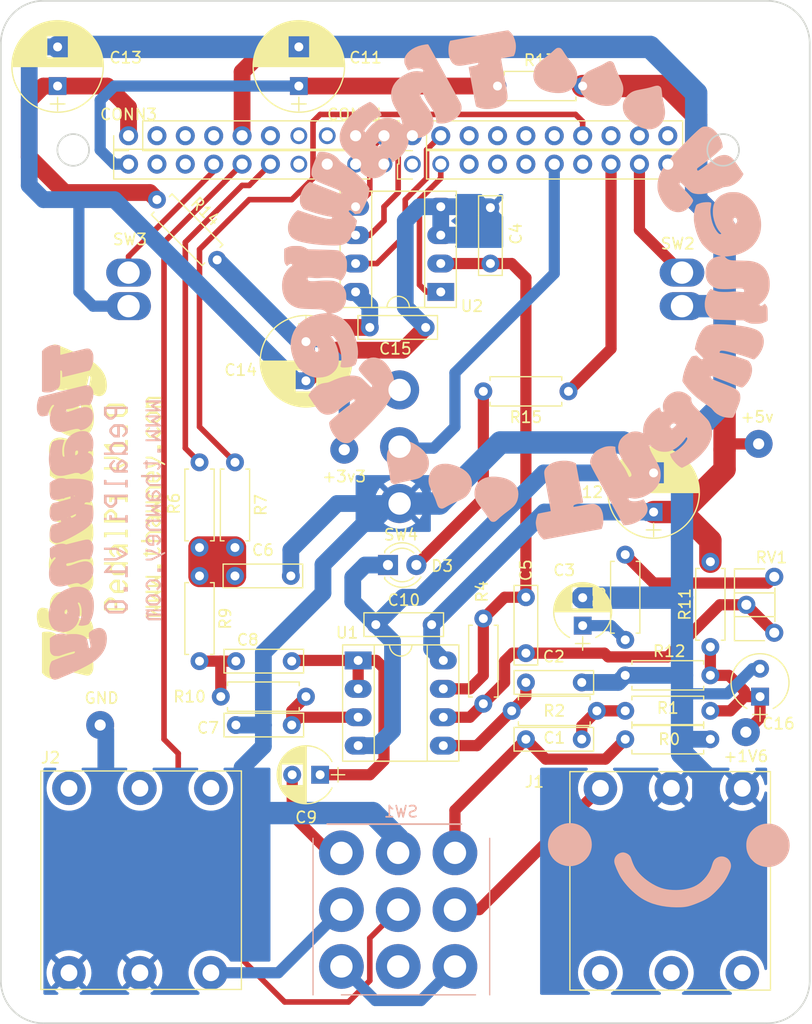
<source format=kicad_pcb>
(kicad_pcb (version 20211014) (generator pcbnew)
  (layers (0 "F.Cu" signal) (31 "B.Cu" signal) (34 "B.Paste" user) (35 "F.Paste" user) (36 "B.SilkS" user "B.Silkscreen") (37 "F.SilkS" user "F.Silkscreen") (38 "B.Mask" user) (39 "F.Mask" user) (44 "Edge.Cuts" user))
  (net 0 "")
  (net 1 "/FX In")
  (net 2 "Net-(C1-Pad2)")
  (net 3 "Net-(C2-Pad1)")
  (net 4 "GND")
  (net 5 "Net-(C3-Pad1)")
  (net 6 "/ADC0")
  (net 7 "Net-(C5-Pad2)")
  (net 8 "Net-(C6-Pad1)")
  (net 9 "Net-(C7-Pad1)")
  (net 10 "Net-(C8-Pad1)")
  (net 11 "Net-(C8-Pad2)")
  (net 12 "+5VA")
  (net 13 "+5V")
  (net 14 "+3V3")
  (net 15 "+3.3VADC")
  (net 16 "+1V5")
  (net 17 "Net-(CONN1-Pad1)")
  (net 18 "Net-(CONN1-Pad2)")
  (net 19 "Net-(CONN1-Pad3)")
  (net 20 "Net-(CONN1-Pad4)")
  (net 21 "/PWM0")
  (net 22 "/GPIO15")
  (net 23 "/GPIO14")
  (net 24 "Net-(CONN1-Pad8)")
  (net 25 "Net-(CONN1-Pad9)")
  (net 26 "Net-(CONN2-Pad1)")
  (net 27 "/SPI_CS")
  (net 28 "Net-(CONN2-Pad3)")
  (net 29 "Net-(CONN2-Pad4)")
  (net 30 "Net-(CONN2-Pad5)")
  (net 31 "/GPIO12")
  (net 32 "Net-(CONN2-Pad7)")
  (net 33 "/GPIO16")
  (net 34 "/GPIO20")
  (net 35 "Net-(CONN2-Pad10)")
  (net 36 "Net-(CONN3-Pad2)")
  (net 37 "Net-(CONN3-Pad3)")
  (net 38 "Net-(CONN3-Pad4)")
  (net 39 "Net-(CONN3-Pad6)")
  (net 40 "Net-(CONN3-Pad7)")
  (net 41 "Net-(CONN3-Pad8)")
  (net 42 "Net-(CONN3-Pad9)")
  (net 43 "/SPI_MOSI")
  (net 44 "/SPI_MISO")
  (net 45 "/SPI_CLK")
  (net 46 "Net-(CONN4-Pad3)")
  (net 47 "Net-(CONN4-Pad4)")
  (net 48 "Net-(CONN4-Pad5)")
  (net 49 "Net-(CONN4-Pad6)")
  (net 50 "/PWM1")
  (net 51 "Net-(CONN4-Pad8)")
  (net 52 "Net-(CONN4-Pad9)")
  (net 53 "Net-(CONN4-Pad10)")
  (net 54 "Net-(D3-Pad2)")
  (net 55 "/Input Jack")
  (net 56 "/Output JAck")
  (net 57 "Net-(R3-Pad2)")
  (net 58 "/FX Out")
  (net 59 "/Bypass")
  (net 60 "Net-(SW1-Pad6)")
  (net 61 "Net-(SW4-Pad1)")
  (footprint "Capacitors_THT:C_Rect_L7.0mm_W2.0mm_P5.00mm" (layer "F.Cu") (at 157.48 119.38)
    (fp_text reference "C1")
    (fp_text value "0.1u")
  )
  (footprint "Capacitors_THT:C_Rect_L7.0mm_W2.0mm_P5.00mm" (layer "F.Cu") (at 157.48 114.3)
    (fp_text reference "C2")
    (fp_text value "6n8")
  )
  (footprint "Capacitors_THT:CP_Radial_D5.0mm_P2.50mm" (layer "F.Cu") (at 162.56 109.22 90)
    (fp_text reference "C3")
    (fp_text value "4.7u")
  )
  (footprint "Capacitors_THT:C_Rect_L7.0mm_W2.0mm_P5.00mm" (layer "F.Cu") (at 154.305 76.835 90)
    (fp_text reference "C4")
    (fp_text value "6n8")
  )
  (footprint "Capacitors_THT:C_Rect_L7.0mm_W2.0mm_P5.00mm" (layer "F.Cu") (at 157.48 106.68 -90)
    (fp_text reference "C5")
    (fp_text value "270p")
  )
  (footprint "Capacitors_THT:C_Rect_L7.0mm_W2.0mm_P5.00mm" (layer "F.Cu") (at 131.445 104.775)
    (fp_text reference "C6")
    (fp_text value "6n8")
  )
  (footprint "Capacitors_THT:C_Rect_L7.0mm_W2.0mm_P5.00mm" (layer "F.Cu") (at 136.525 118.11 180)
    (fp_text reference "C7")
    (fp_text value "6n8")
  )
  (footprint "Capacitors_THT:C_Rect_L7.0mm_W2.0mm_P5.00mm" (layer "F.Cu") (at 136.525 112.395 180)
    (fp_text reference "C8")
    (fp_text value "6n8")
  )
  (footprint "Capacitors_THT:CP_Radial_D5.0mm_P2.50mm" (layer "F.Cu") (at 139.065 122.555 180)
    (fp_text reference "C9")
    (fp_text value "4.7u")
  )
  (footprint "Capacitors_THT:C_Rect_L7.0mm_W2.0mm_P5.00mm" (layer "F.Cu") (at 149.0472 109.1311 180)
    (fp_text reference "C10")
    (fp_text value "100n")
  )
  (footprint "Capacitors_THT:CP_Radial_D8.0mm_P3.50mm" (layer "F.Cu") (at 137.16 60.96 90)
    (fp_text reference "C11")
    (fp_text value "220u")
  )
  (footprint "Capacitors_THT:CP_Radial_D8.0mm_P3.50mm" (layer "F.Cu") (at 168.91 99.06 90)
    (fp_text reference "C12")
    (fp_text value "220u")
  )
  (footprint "Capacitors_THT:CP_Radial_D8.0mm_P3.50mm" (layer "F.Cu") (at 115.57 60.96 90)
    (fp_text reference "C13")
    (fp_text value "220u")
  )
  (footprint "Capacitors_THT:CP_Radial_D8.0mm_P3.50mm" (layer "F.Cu") (at 137.795 83.82 -90)
    (fp_text reference "C14")
    (fp_text value "220u")
  )
  (footprint "Capacitors_THT:C_Rect_L7.0mm_W2.0mm_P5.00mm" (layer "F.Cu") (at 143.51 82.55)
    (fp_text reference "C15")
    (fp_text value "100n")
  )
  (footprint "Capacitors_THT:CP_Radial_Tantal_D5.0mm_P2.50mm" (layer "F.Cu") (at 178.435 115.57 90)
    (fp_text reference "C16")
    (fp_text value "4.7u")
  )
  (footprint "Pin_Headers:Pin_Header_Straight_1x10_Pitch2.54mm" (layer "F.Cu") (at 144.78 67.945 -90)
    (fp_text reference "CONN1")
    (fp_text value "CONN_10pins")
  )
  (footprint "Pin_Headers:Pin_Header_Straight_1x10_Pitch2.54mm" (layer "F.Cu") (at 147.32 67.945 90)
    (fp_text reference "CONN2" hide)
    (fp_text value "CONN_10pins")
  )
  (footprint "Pin_Headers:Pin_Header_Straight_1x10_Pitch2.54mm" (layer "F.Cu") (at 121.92 65.405 90)
    (fp_text reference "CONN3")
    (fp_text value "CONN_10pins")
  )
  (footprint "Pin_Headers:Pin_Header_Straight_1x10_Pitch2.54mm" (layer "F.Cu") (at 147.32 65.405 90)
    (fp_text reference "CONN4" hide)
    (fp_text value "CONN_10pins")
  )
  (footprint "LEDs:LED_D3.0mm" (layer "F.Cu") (at 145.1356 103.7971)
    (fp_text reference "D3")
    (fp_text value "LED")
  )
  (footprint "Wire_Pads:SolderWirePad_single_1mmDrill" (layer "F.Cu") (at 119.38 118.11)
    (fp_text reference "GND")
    (fp_text value "GND TP")
  )
  (footprint "Wire_Pads:SolderWirePad_single_1mmDrill" (layer "F.Cu") (at 177.165 118.745)
    (fp_text reference "+1V6")
    (fp_text value "1V6 TP")
  )
  (footprint "Wire_Pads:SolderWirePad_single_1mmDrill" (layer "F.Cu") (at 178.308 92.964)
    (fp_text reference "+5v")
    (fp_text value "5V TP")
  )
  (footprint "Wire_Pads:SolderWirePad_single_1mmDrill" (layer "F.Cu") (at 141.224 93.4847)
    (fp_text reference "+3v3")
    (fp_text value "3V3 TP")
  )
  (footprint "Housings_DIP:DIP-8_W7.62mm_Socket_LongPads" (layer "F.Cu") (at 142.4686 112.3315)
    (fp_text reference "U1")
    (fp_text value "MCP6002")
  )
  (footprint "Housings_DIP:DIP-8_W7.62mm_Socket_LongPads" (layer "F.Cu") (at 149.86 79.375 180)
    (fp_text reference "U2")
    (fp_text value "MCP3002")
  )
  (footprint "pedal-pi-footprints:StereoJack-NYS216_2" (layer "F.Cu") (at 160.147 132.0165 -90)
    (fp_text reference "J1")
    (fp_text value "Guitar_IN")
  )
  (footprint "pedal-pi-footprints:StereoJack-NYS216_2" (layer "F.Cu") (at 133.2865 132.0165 90)
    (fp_text reference "J2")
    (fp_text value "OUTPUT")
  )
  (footprint "Resistors_THT:R_Axial_DIN0207_L6.3mm_D2.5mm_P7.62mm_Horizontal" (layer "F.Cu") (at 166.37 119.38)
    (fp_text reference "R0")
    (fp_text value "1M")
  )
  (footprint "Resistors_THT:R_Axial_DIN0207_L6.3mm_D2.5mm_P7.62mm_Horizontal" (layer "F.Cu") (at 166.37 116.84)
    (fp_text reference "R1")
    (fp_text value "1M")
  )
  (footprint "Resistors_THT:R_Axial_DIN0207_L6.3mm_D2.5mm_P7.62mm_Horizontal" (layer "F.Cu") (at 163.83 116.84 180)
    (fp_text reference "R2")
    (fp_text value "4K7")
  )
  (footprint "Resistors_THT:R_Axial_DIN0207_L6.3mm_D2.5mm_P7.62mm_Horizontal" (layer "F.Cu") (at 166.37 110.49 90)
    (fp_text reference "R3")
    (fp_text value "4.7K")
  )
  (footprint "Resistors_THT:R_Axial_DIN0207_L6.3mm_D2.5mm_P7.62mm_Horizontal" (layer "F.Cu") (at 153.67 116.205 90)
    (fp_text reference "R4")
    (fp_text value "100K")
  )
  (footprint "Resistors_THT:R_Axial_DIN0207_L6.3mm_D2.5mm_P7.62mm_Horizontal" (layer "F.Cu") (at 128.27 94.615 -90)
    (fp_text reference "R6")
    (fp_text value "4K7")
  )
  (footprint "Resistors_THT:R_Axial_DIN0207_L6.3mm_D2.5mm_P7.62mm_Horizontal" (layer "F.Cu") (at 131.445 94.615 -90)
    (fp_text reference "R7")
    (fp_text value "300K")
  )
  (footprint "Resistors_THT:R_Axial_DIN0207_L6.3mm_D2.5mm_P7.62mm_Horizontal" (layer "F.Cu") (at 128.27 104.775 -90)
    (fp_text reference "R9")
    (fp_text value "4K7")
  )
  (footprint "Resistors_THT:R_Axial_DIN0207_L6.3mm_D2.5mm_P7.62mm_Horizontal" (layer "F.Cu") (at 130.175 115.57)
    (fp_text reference "R10")
    (fp_text value "4K7")
  )
  (footprint "Resistors_THT:R_Axial_DIN0207_L6.3mm_D2.5mm_P7.62mm_Horizontal" (layer "F.Cu") (at 173.99 103.505 -90)
    (fp_text reference "R11")
    (fp_text value "100K")
  )
  (footprint "Resistors_THT:R_Axial_DIN0207_L6.3mm_D2.5mm_P7.62mm_Horizontal" (layer "F.Cu") (at 173.99 113.665 180)
    (fp_text reference "R12")
    (fp_text value "50K")
  )
  (footprint "Resistors_THT:R_Axial_DIN0207_L6.3mm_D2.5mm_P7.62mm_Horizontal" (layer "F.Cu") (at 154.94 60.96)
    (fp_text reference "R13")
    (fp_text value "4K7")
  )
  (footprint "Resistors_THT:R_Axial_DIN0207_L6.3mm_D2.5mm_P7.62mm_Horizontal" (layer "F.Cu") (at 124.46 71.12 -45)
    (fp_text reference "R14")
    (fp_text value "4K7")
  )
  (footprint "Resistors_THT:R_Axial_DIN0207_L6.3mm_D2.5mm_P7.62mm_Horizontal" (layer "F.Cu") (at 161.29 88.265 180)
    (fp_text reference "R15")
    (fp_text value "4.7K")
  )
  (footprint "pedal-pi-footprints:Switch2" (layer "F.Cu") (at 171.45 80.645)
    (fp_text reference "SW2")
    (fp_text value "SW_PUSH")
  )
  (footprint "pedal-pi-footprints:Switch2" (layer "F.Cu") (at 121.92 80.645)
    (fp_text reference "SW3")
    (fp_text value "SW_PUSH")
  )
  (footprint "pedal-pi-footprints:Switch" (layer "F.Cu") (at 146.177 93.218)
    (fp_text reference "SW4")
    (fp_text value "SWITCH_INV")
  )
  (footprint "Potentiometers:Potentiometer_Trimmer_ACP_CA6h_Vertical" (layer "F.Cu") (at 179.705 109.855 180)
    (fp_text reference "RV1")
    (fp_text value "500K")
  )
  (footprint "Graphics:Logo 3CM" (layer "F.Cu") (at 116.84 99.06 90)
    (fp_text reference "G***")
    (fp_text value "LOGO" hide)
  )
  (footprint "Graphics:PedalPiText" (layer "F.Cu") (at 121.92 98.44 90)
    (fp_text reference "G***" hide)
    (fp_text value "LOGO" hide)
  )
  (footprint "pedal-pi-footprints:3PDTswitch" (layer "B.Cu") (at 146.05 134.62)
    (fp_text reference "SW1")
    (fp_text value "SWITCH_3PDT")
  )
  (footprint "Graphics:RLogo 5cm" (layer "B.Cu") (at 157.48 78.74 90)
    (fp_text reference "G***" hide)
    (fp_text value "LOGO" hide)
  )
  (footprint "Graphics:PedalPiText" (layer "B.Cu") (at 121.92 99.06 -90)
    (fp_text reference "G***" hide)
    (fp_text value "LOGO" hide)
  )
  (footprint "Graphics:smiley3" (layer "B.Cu") (at 170.18 132.08 180)
    (fp_text reference "G***" hide)
    (fp_text value "LOGO" hide)
  )
  (footprint "Graphics:Logo 3CM" (layer "B.Cu") (at 116.84 99.06 -90)
    (fp_text reference "G***")
    (fp_text value "LOGO" hide)
  )
  (gr_circle (center 175.133 66.675) (end 176.403 67.31) (layer "Edge.Cuts") (width 0.15) (fill none))
  (gr_arc (start 182.88 140.97) (mid 181.764077 143.664077) (end 179.07 144.78) (layer "Edge.Cuts") (width 0.15))
  (gr_line (start 110.49 57.15) (end 110.49 140.97) (layer "Edge.Cuts") (width 0.15))
  (gr_line (start 182.88 57.15) (end 182.88 140.97) (layer "Edge.Cuts") (width 0.15))
  (gr_arc (start 114.3 144.78) (mid 111.605923 143.664077) (end 110.49 140.97) (layer "Edge.Cuts") (width 0.15))
  (gr_line (start 179.07 53.34) (end 114.3 53.34) (layer "Edge.Cuts") (width 0.15))
  (gr_arc (start 179.07 53.34) (mid 181.764077 54.455923) (end 182.88 57.15) (layer "Edge.Cuts") (width 0.15))
  (gr_line (start 179.07 144.78) (end 114.3 144.78) (layer "Edge.Cuts") (width 0.15))
  (gr_circle (center 116.967 66.675) (end 118.237 67.31) (layer "Edge.Cuts") (width 0.15) (fill none))
  (gr_arc (start 110.49 57.15) (mid 111.605923 54.455923) (end 114.3 53.34) (layer "Edge.Cuts") (width 0.15))
  (segment (start 164.592 121.158) (end 159.258 121.158) (width 1) (layer "F.Cu") (net 1))
  (segment (start 159.258 121.158) (end 157.48 119.38) (width 1) (layer "F.Cu") (net 1))
  (segment (start 151.13 125.73) (end 151.13 129.54) (width 1) (layer "F.Cu") (net 1))
  (segment (start 157.48 119.38) (end 151.13 125.73) (width 1) (layer "F.Cu") (net 1))
  (segment (start 166.37 119.38) (end 164.592 121.158) (width 1) (layer "F.Cu") (net 1))
  (segment (start 162.48 118.19) (end 162.48 119.38) (width 1) (layer "F.Cu") (net 2))
  (segment (start 163.83 116.84) (end 162.48 118.19) (width 1) (layer "F.Cu") (net 2))
  (segment (start 166.37 116.84) (end 163.83 116.84) (width 1) (layer "F.Cu") (net 2))
  (segment (start 153.0985 119.9515) (end 156.21 116.84) (width 1) (layer "F.Cu") (net 3))
  (segment (start 157.48 115.57) (end 157.48 114.3) (width 1) (layer "F.Cu") (net 3))
  (segment (start 150.0886 119.9515) (end 153.0985 119.9515) (width 1) (layer "F.Cu") (net 3))
  (segment (start 156.21 116.84) (end 157.48 115.57) (width 1) (layer "F.Cu") (net 3))
  (segment (start 132.08 59.69) (end 134.31 57.46) (width 1.5) (layer "F.Cu") (net 4))
  (segment (start 134.31 57.46) (end 137.16 57.46) (width 1.5) (layer "F.Cu") (net 4))
  (segment (start 146.478 84.582) (end 140.533 84.582) (width 1.5) (layer "F.Cu") (net 4))
  (segment (start 140.533 84.582) (end 137.795 87.32) (width 1.5) (layer "F.Cu") (net 4))
  (segment (start 132.08 65.405) (end 132.08 59.69) (width 1.5) (layer "F.Cu") (net 4))
  (segment (start 148.51 82.55) (end 146.478 84.582) (width 1.5) (layer "F.Cu") (net 4))
  (segment (start 113.99 57.46) (end 113.03 58.42) (width 1.5) (layer "B.Cu") (net 4))
  (segment (start 113.03 58.42) (end 113.03 69.85) (width 1.5) (layer "B.Cu") (net 4))
  (segment (start 113.03 69.85) (end 114.3 71.12) (width 1.5) (layer "B.Cu") (net 4))
  (segment (start 114.3 71.12) (end 117.475 71.12) (width 1.5) (layer "B.Cu") (net 4))
  (segment (start 120.65 71.12) (end 136.85 87.32) (width 1.5) (layer "B.Cu") (net 4))
  (segment (start 136.85 87.32) (end 137.795 87.32) (width 1.5) (layer "B.Cu") (net 4))
  (segment (start 118.745 80.645) (end 117.475 79.375) (width 1) (layer "B.Cu") (net 4))
  (segment (start 117.475 79.375) (end 117.475 71.12) (width 1) (layer "B.Cu") (net 4))
  (segment (start 117.475 71.12) (end 120.65 71.12) (width 1.5) (layer "B.Cu") (net 4))
  (segment (start 168.585 57.46) (end 172.72 61.595) (width 2) (layer "B.Cu") (net 4))
  (segment (start 172.72 61.595) (end 172.72 71.12) (width 2) (layer "B.Cu") (net 4))
  (segment (start 172.72 71.12) (end 175.26 73.66) (width 2) (layer "B.Cu") (net 4))
  (segment (start 175.26 73.66) (end 175.26 80.645) (width 2) (layer "B.Cu") (net 4))
  (segment (start 175.26 89.21) (end 168.91 95.56) (width 2) (layer "B.Cu") (net 4))
  (segment (start 175.26 80.645) (end 175.26 89.21) (width 2) (layer "B.Cu") (net 4))
  (segment (start 170.49 95.56) (end 171.45 96.52) (width 2) (layer "B.Cu") (net 4))
  (segment (start 171.45 96.52) (end 171.45 101.6) (width 2) (layer "B.Cu") (net 4))
  (segment (start 171.45 120.65) (end 173.355 122.555) (width 2) (layer "B.Cu") (net 4))
  (segment (start 173.355 122.555) (end 173.355 125.095) (width 2) (layer "B.Cu") (net 4))
  (segment (start 171.45 119.38) (end 172.085 119.38) (width 1.5) (layer "B.Cu") (net 4))
  (segment (start 172.085 119.38) (end 171.45 119.38) (width 1.5) (layer "B.Cu") (net 4))
  (segment (start 171.45 119.38) (end 171.45 120.65) (width 2) (layer "B.Cu") (net 4))
  (segment (start 165.735 114.3) (end 166.37 113.665) (width 1.5) (layer "B.Cu") (net 4))
  (segment (start 171.45 113.665) (end 171.45 115.316) (width 2) (layer "B.Cu") (net 4))
  (segment (start 159.075 95.56) (end 147.955 106.68) (width 1.5) (layer "B.Cu") (net 4))
  (segment (start 147.955 106.68) (end 146.4983 106.68) (width 1.5) (layer "B.Cu") (net 4))
  (segment (start 146.4983 106.68) (end 144.0472 109.1311) (width 1.5) (layer "B.Cu") (net 4))
  (segment (start 133.985 120.015) (end 132.08 121.92) (width 1.5) (layer "B.Cu") (net 4))
  (segment (start 132.08 121.92) (end 132.08 125.73) (width 1.5) (layer "B.Cu") (net 4))
  (segment (start 132.08 125.73) (end 130.81 127) (width 1.5) (layer "B.Cu") (net 4))
  (segment (start 147.955 71.755) (end 146.685 73.025) (width 1.5) (layer "B.Cu") (net 4))
  (segment (start 146.685 73.025) (end 146.685 80.725) (width 1.5) (layer "B.Cu") (net 4))
  (segment (start 146.685 80.725) (end 148.51 82.55) (width 1.5) (layer "B.Cu") (net 4))
  (segment (start 154.225 71.755) (end 154.305 71.835) (width 1.5) (layer "B.Cu") (net 4))
  (segment (start 154.305 74.295) (end 154.305 71.835) (width 1.5) (layer "B.Cu") (net 4))
  (segment (start 143.0909 103.7971) (end 141.986 104.902) (width 1.5) (layer "B.Cu") (net 4))
  (segment (start 141.986 104.902) (end 141.986 107.0699) (width 1.5) (layer "B.Cu") (net 4))
  (segment (start 141.986 107.0699) (end 144.0472 109.1311) (width 1.5) (layer "B.Cu") (net 4))
  (segment (start 145.542 110.6259) (end 145.542 118.618) (width 1.5) (layer "B.Cu") (net 4))
  (segment (start 145.542 118.618) (end 144.2085 119.9515) (width 1.5) (layer "B.Cu") (net 4))
  (segment (start 144.2085 119.9515) (end 142.4686 119.9515) (width 1.5) (layer "B.Cu") (net 4))
  (segment (start 171.45 106.72) (end 171.45 106.68) (width 2) (layer "B.Cu") (net 4))
  (segment (start 171.45 106.68) (end 171.45 113.665) (width 2) (layer "B.Cu") (net 4))
  (segment (start 177.76 113.07) (end 175.514 115.316) (width 1) (layer "B.Cu") (net 4))
  (segment (start 175.514 115.316) (end 171.45 115.316) (width 1) (layer "B.Cu") (net 4))
  (segment (start 171.45 115.316) (end 171.704 115.316) (width 1) (layer "B.Cu") (net 4))
  (segment (start 171.704 115.316) (end 171.45 115.316) (width 1) (layer "B.Cu") (net 4))
  (segment (start 171.45 115.316) (end 171.45 119.38) (width 2) (layer "B.Cu") (net 4))
  (segment (start 146.05 128.27) (end 143.764 125.984) (width 2) (layer "B.Cu") (net 4))
  (segment (start 143.764 125.984) (end 132.334 125.984) (width 2) (layer "B.Cu") (net 4))
  (segment (start 132.334 125.984) (end 132.08 125.73) (width 2) (layer "B.Cu") (net 4))
  (segment (start 133.985 118.11) (end 133.35 118.11) (width 1.5) (layer "B.Cu") (net 4))
  (segment (start 133.35 118.11) (end 133.985 118.11) (width 1.5) (layer "B.Cu") (net 4))
  (segment (start 133.985 118.11) (end 133.985 120.015) (width 1.5) (layer "B.Cu") (net 4))
  (segment (start 166.187 92.837) (end 155.194 92.837) (width 2) (layer "B.Cu") (net 4))
  (segment (start 155.194 92.837) (end 149.733 98.298) (width 2) (layer "B.Cu") (net 4))
  (segment (start 149.733 98.298) (end 146.177 98.298) (width 2) (layer "B.Cu") (net 4))
  (segment (start 133.985 111.633) (end 139.319 106.299) (width 1.5) (layer "B.Cu") (net 4))
  (segment (start 139.319 106.299) (end 139.319 103.759) (width 1.5) (layer "B.Cu") (net 4))
  (segment (start 139.319 103.759) (end 143.51 99.568) (width 1.5) (layer "B.Cu") (net 4))
  (segment (start 144.78 98.298) (end 146.177 98.298) (width 1.5) (layer "B.Cu") (net 4))
  (segment (start 136.445 102.442) (end 140.589 98.298) (width 1.5) (layer "B.Cu") (net 4))
  (segment (start 140.589 98.298) (end 143.002 98.298) (width 1.5) (layer "B.Cu") (net 4))
  (segment (start 143.002 98.298) (end 146.177 98.298) (width 1.5) (layer "B.Cu") (net 4))
  (segment (start 143.51 99.568) (end 144.78 98.298) (width 1.5) (layer "B.Cu") (net 4))
  (segment (start 119.888 118.618) (end 119.888 125.73) (width 1.5) (layer "B.Cu") (net 4))
  (segment (start 119.38 118.11) (end 119.888 118.618) (width 1.5) (layer "B.Cu") (net 4))
  (segment (start 149.86 71.755) (end 147.955 71.755) (width 1.5) (layer "B.Cu") (net 4))
  (segment (start 115.57 57.46) (end 113.99 57.46) (width 1.5) (layer "B.Cu") (net 4))
  (segment (start 171.45 80.645) (end 175.26 80.645) (width 2) (layer "B.Cu") (net 4))
  (segment (start 145.1356 103.7971) (end 143.0909 103.7971) (width 1.5) (layer "B.Cu") (net 4))
  (segment (start 168.91 95.56) (end 170.49 95.56) (width 2) (layer "B.Cu") (net 4))
  (segment (start 149.86 71.755) (end 154.225 71.755) (width 1.5) (layer "B.Cu") (net 4))
  (segment (start 146.05 129.54) (end 146.05 128.27) (width 2) (layer "B.Cu") (net 4))
  (segment (start 149.86 74.295) (end 154.305 74.295) (width 1.5) (layer "B.Cu") (net 4))
  (segment (start 149.86 74.295) (end 149.86 71.755) (width 1.5) (layer "B.Cu") (net 4))
  (segment (start 131.525 118.11) (end 133.985 118.11) (width 1.5) (layer "B.Cu") (net 4))
  (segment (start 166.37 113.665) (end 171.45 113.665) (width 1.5) (layer "B.Cu") (net 4))
  (segment (start 171.45 101.6) (end 171.45 106.68) (width 2) (layer "B.Cu") (net 4))
  (segment (start 162.48 114.3) (end 165.735 114.3) (width 1.5) (layer "B.Cu") (net 4))
  (segment (start 173.99 119.38) (end 171.45 119.38) (width 1.5) (layer "B.Cu") (net 4))
  (segment (start 121.92 80.645) (end 118.745 80.645) (width 1) (layer "B.Cu") (net 4))
  (segment (start 162.56 106.72) (end 171.45 106.72) (width 2) (layer "B.Cu") (net 4))
  (segment (start 178.435 113.07) (end 177.76 113.07) (width 1) (layer "B.Cu") (net 4))
  (segment (start 168.91 95.56) (end 166.187 92.837) (width 2) (layer "B.Cu") (net 4))
  (segment (start 168.91 95.56) (end 159.075 95.56) (width 1.5) (layer "B.Cu") (net 4))
  (segment (start 136.445 104.775) (end 136.445 102.442) (width 1.5) (layer "B.Cu") (net 4))
  (segment (start 137.16 57.46) (end 168.585 57.46) (width 2) (layer "B.Cu") (net 4))
  (segment (start 144.0472 109.1311) (end 145.542 110.6259) (width 1.5) (layer "B.Cu") (net 4))
  (segment (start 133.985 118.11) (end 133.985 111.633) (width 1.5) (layer "B.Cu") (net 4))
  (segment (start 115.57 57.46) (end 137.16 57.46) (width 2) (layer "B.Cu") (net 4))
  (segment (start 165.1 109.22) (end 166.37 110.49) (width 1) (layer "B.Cu") (net 5))
  (segment (start 162.56 109.22) (end 165.1 109.22) (width 1) (layer "B.Cu") (net 5))
  (segment (start 156.21 76.835) (end 157.48 78.105) (width 1) (layer "F.Cu") (net 6))
  (segment (start 157.48 78.105) (end 157.48 106.68) (width 1) (layer "F.Cu") (net 6))
  (segment (start 152.4635 114.8715) (end 153.67 113.665) (width 1) (layer "F.Cu") (net 6))
  (segment (start 153.67 113.665) (end 153.67 108.585) (width 1) (layer "F.Cu") (net 6))
  (segment (start 155.575 106.68) (end 157.48 106.68) (width 1) (layer "F.Cu") (net 6))
  (segment (start 149.86 76.835) (end 154.305 76.835) (width 1) (layer "F.Cu") (net 6))
  (segment (start 150.0886 114.8715) (end 152.4635 114.8715) (width 1) (layer "F.Cu") (net 6))
  (segment (start 154.305 76.835) (end 156.21 76.835) (width 1) (layer "F.Cu") (net 6))
  (segment (start 153.67 108.585) (end 155.575 106.68) (width 1) (layer "F.Cu") (net 6))
  (segment (start 152.4635 117.4115) (end 153.67 116.205) (width 1) (layer "F.Cu") (net 7))
  (segment (start 156.29 111.68) (end 155.575 112.395) (width 1) (layer "F.Cu") (net 7))
  (segment (start 155.575 112.395) (end 155.575 114.3) (width 1) (layer "F.Cu") (net 7))
  (segment (start 155.575 114.3) (end 153.67 116.205) (width 1) (layer "F.Cu") (net 7))
  (segment (start 164.512 111.68) (end 164.846 112.014) (width 1) (layer "F.Cu") (net 7))
  (segment (start 164.846 112.014) (end 170.18 112.014) (width 1) (layer "F.Cu") (net 7))
  (segment (start 170.18 112.014) (end 172.974 109.22) (width 1) (layer "F.Cu") (net 7))
  (segment (start 174.839 107.355) (end 172.974 109.22) (width 1) (layer "F.Cu") (net 7))
  (segment (start 177.205 107.355) (end 174.839 107.355) (width 1) (layer "F.Cu") (net 7))
  (segment (start 157.48 111.68) (end 156.29 111.68) (width 1) (layer "F.Cu") (net 7))
  (segment (start 164.512 111.68) (end 157.48 111.68) (width 1) (layer "F.Cu") (net 7))
  (segment (start 150.0886 117.4115) (end 152.4635 117.4115) (width 1) (layer "F.Cu") (net 7))
  (segment (start 179.705 109.855) (end 177.205 107.355) (width 1) (layer "F.Cu") (net 7))
  (segment (start 128.27 104.775) (end 131.445 104.775) (width 2) (layer "F.Cu") (net 8))
  (segment (start 131.445 104.775) (end 131.445 102.235) (width 2) (layer "F.Cu") (net 8))
  (segment (start 131.445 102.235) (end 128.27 102.235) (width 2) (layer "F.Cu") (net 8))
  (segment (start 128.27 102.235) (end 130.81 104.775) (width 2) (layer "F.Cu") (net 8))
  (segment (start 130.81 104.775) (end 131.445 104.775) (width 2) (layer "F.Cu") (net 8))
  (segment (start 128.27 102.235) (end 128.27 104.775) (width 2) (layer "F.Cu") (net 8))
  (segment (start 136.525 116.84) (end 136.525 118.11) (width 1) (layer "F.Cu") (net 9))
  (segment (start 137.2235 117.4115) (end 136.525 118.11) (width 1) (layer "F.Cu") (net 9))
  (segment (start 137.795 115.57) (end 136.525 116.84) (width 1) (layer "F.Cu") (net 9))
  (segment (start 142.4686 117.4115) (end 137.2235 117.4115) (width 1) (layer "F.Cu") (net 9))
  (segment (start 136.5885 112.3315) (end 136.525 112.395) (width 1) (layer "F.Cu") (net 10))
  (segment (start 144.0815 112.3315) (end 144.78 113.03) (width 1) (layer "F.Cu") (net 10))
  (segment (start 144.78 113.03) (end 144.78 121.285) (width 1) (layer "F.Cu") (net 10))
  (segment (start 144.78 121.285) (end 143.51 122.555) (width 1) (layer "F.Cu") (net 10))
  (segment (start 143.51 122.555) (end 139.065 122.555) (width 1) (layer "F.Cu") (net 10))
  (segment (start 142.4686 112.3315) (end 136.5885 112.3315) (width 1) (layer "F.Cu") (net 10))
  (segment (start 142.4686 112.3315) (end 144.0815 112.3315) (width 1) (layer "F.Cu") (net 10))
  (segment (start 142.4686 114.8715) (end 142.4686 112.3315) (width 1) (layer "F.Cu") (net 10))
  (segment (start 130.175 112.395) (end 131.525 112.395) (width 1) (layer "F.Cu") (net 11))
  (segment (start 128.27 112.395) (end 130.175 112.395) (width 1) (layer "F.Cu") (net 11))
  (segment (start 130.175 115.57) (end 130.175 112.395) (width 1) (layer "F.Cu") (net 11))
  (segment (start 170.18 60.96) (end 172.72 63.5) (width 2) (layer "F.Cu") (net 12))
  (segment (start 172.72 63.5) (end 172.72 71.12) (width 2) (layer "F.Cu") (net 12))
  (segment (start 172.72 71.12) (end 175.26 73.66) (width 2) (layer "F.Cu") (net 12))
  (segment (start 175.26 73.66) (end 175.26 93.472) (width 2) (layer "F.Cu") (net 12))
  (segment (start 175.26 95.25) (end 171.45 99.06) (width 2) (layer "F.Cu") (net 12))
  (segment (start 171.45 99.06) (end 168.91 99.06) (width 2) (layer "F.Cu") (net 12))
  (segment (start 173.99 101.6) (end 171.45 99.06) (width 2) (layer "F.Cu") (net 12))
  (segment (start 175.768 92.964) (end 175.26 93.472) (width 1) (layer "F.Cu") (net 12))
  (segment (start 175.26 93.472) (end 175.26 95.25) (width 2) (layer "F.Cu") (net 12))
  (segment (start 178.308 92.964) (end 175.768 92.964) (width 1) (layer "F.Cu") (net 12))
  (segment (start 162.56 60.96) (end 170.18 60.96) (width 2) (layer "F.Cu") (net 12))
  (segment (start 173.99 103.505) (end 173.99 101.6) (width 2) (layer "F.Cu") (net 12))
  (segment (start 159.1183 99.06) (end 149.0472 109.1311) (width 1.5) (layer "B.Cu") (net 12))
  (segment (start 149.0472 111.2901) (end 150.0886 112.3315) (width 1.5) (layer "B.Cu") (net 12))
  (segment (start 168.91 99.06) (end 159.1183 99.06) (width 1.5) (layer "B.Cu") (net 12))
  (segment (start 149.0472 109.1311) (end 149.0472 111.2901) (width 1.5) (layer "B.Cu") (net 12))
  (segment (start 137.16 60.96) (end 154.94 60.96) (width 1.5) (layer "F.Cu") (net 13))
  (segment (start 120.65 60.96) (end 119.38 62.23) (width 1) (layer "B.Cu") (net 13))
  (segment (start 119.38 62.23) (end 119.38 66.675) (width 1) (layer "B.Cu") (net 13))
  (segment (start 119.38 66.675) (end 120.65 67.945) (width 1) (layer "B.Cu") (net 13))
  (segment (start 120.65 67.945) (end 121.92 67.945) (width 1) (layer "B.Cu") (net 13))
  (segment (start 137.16 60.96) (end 120.65 60.96) (width 1) (layer "B.Cu") (net 13))
  (segment (start 121.92 62.865) (end 120.015 60.96) (width 1.5) (layer "F.Cu") (net 14))
  (segment (start 120.015 60.96) (end 115.57 60.96) (width 1.5) (layer "F.Cu") (net 14))
  (segment (start 114.3 60.96) (end 113.03 62.23) (width 1.5) (layer "F.Cu") (net 14))
  (segment (start 113.03 62.23) (end 113.03 67.31) (width 1.5) (layer "F.Cu") (net 14))
  (segment (start 113.03 67.31) (end 116.205 70.485) (width 1.5) (layer "F.Cu") (net 14))
  (segment (start 116.205 70.485) (end 123.825 70.485) (width 1.5) (layer "F.Cu") (net 14))
  (segment (start 123.825 70.485) (end 124.46 71.12) (width 1.5) (layer "F.Cu") (net 14))
  (segment (start 115.57 60.96) (end 114.3 60.96) (width 1.5) (layer "F.Cu") (net 14))
  (segment (start 121.92 65.405) (end 121.92 62.865) (width 1.5) (layer "F.Cu") (net 14))
  (segment (start 139.065 82.55) (end 137.795 83.82) (width 1.5) (layer "F.Cu") (net 15))
  (segment (start 143.51 82.55) (end 139.065 82.55) (width 1.5) (layer "F.Cu") (net 15))
  (segment (start 141.224 85.979) (end 139.065 83.82) (width 1) (layer "B.Cu") (net 15))
  (segment (start 139.065 83.82) (end 137.795 83.82) (width 1) (layer "B.Cu") (net 15))
  (segment (start 137.16 83.82) (end 129.848154 76.508154) (width 1.5) (layer "B.Cu") (net 15))
  (segment (start 143.51 80.645) (end 142.24 79.375) (width 1.5) (layer "B.Cu") (net 15))
  (segment (start 137.795 83.82) (end 137.16 83.82) (width 1.5) (layer "B.Cu") (net 15))
  (segment (start 143.51 82.55) (end 143.51 80.645) (width 1.5) (layer "B.Cu") (net 15))
  (segment (start 141.224 93.4847) (end 141.224 85.979) (width 1) (layer "B.Cu") (net 15))
  (segment (start 175.768 116.84) (end 177.038 115.57) (width 1) (layer "F.Cu") (net 16))
  (segment (start 177.038 115.57) (end 178.435 115.57) (width 1) (layer "F.Cu") (net 16))
  (segment (start 175.641 113.665) (end 177.038 115.062) (width 1) (layer "F.Cu") (net 16))
  (segment (start 177.038 115.062) (end 177.038 115.57) (width 1) (layer "F.Cu") (net 16))
  (segment (start 178.435 117.475) (end 177.165 118.745) (width 1) (layer "F.Cu") (net 16))
  (segment (start 178.435 115.57) (end 178.435 117.475) (width 1) (layer "F.Cu") (net 16))
  (segment (start 173.99 113.665) (end 173.99 111.125) (width 1) (layer "F.Cu") (net 16))
  (segment (start 173.99 113.665) (end 175.641 113.665) (width 1) (layer "F.Cu") (net 16))
  (segment (start 173.99 116.84) (end 175.768 116.84) (width 1) (layer "F.Cu") (net 16))
  (segment (start 132.715 69.85) (end 132.08 69.85) (width 0.5) (layer "F.Cu") (net 21))
  (segment (start 132.08 69.85) (end 127 74.93) (width 0.5) (layer "F.Cu") (net 21))
  (segment (start 127 74.93) (end 127 93.345) (width 0.5) (layer "F.Cu") (net 21))
  (segment (start 127 93.345) (end 128.27 94.615) (width 0.5) (layer "F.Cu") (net 21))
  (segment (start 134.62 67.945) (end 132.715 69.85) (width 0.5) (layer "F.Cu") (net 21))
  (segment (start 125.095 74.93) (end 125.095 119.38) (width 0.5) (layer "F.Cu") (net 22))
  (segment (start 125.095 119.38) (end 126.365 120.65) (width 0.5) (layer "F.Cu") (net 22))
  (segment (start 126.365 120.65) (end 126.365 133.35) (width 0.5) (layer "F.Cu") (net 22))
  (segment (start 126.365 133.35) (end 135.89 142.875) (width 0.5) (layer "F.Cu") (net 22))
  (segment (start 135.89 142.875) (end 141.605 142.875) (width 0.5) (layer "F.Cu") (net 22))
  (segment (start 141.605 142.875) (end 143.51 140.97) (width 0.5) (layer "F.Cu") (net 22))
  (segment (start 143.51 140.97) (end 143.51 137.16) (width 0.5) (layer "F.Cu") (net 22))
  (segment (start 143.51 137.16) (end 146.05 134.62) (width 0.5) (layer "F.Cu") (net 22))
  (segment (start 132.08 67.945) (end 125.095 74.93) (width 0.5) (layer "F.Cu") (net 22))
  (segment (start 129.54 68.58) (end 121.92 76.2) (width 0.5) (layer "F.Cu") (net 23))
  (segment (start 121.92 76.2) (end 121.92 77.645) (width 0.5) (layer "F.Cu") (net 23))
  (segment (start 129.54 67.945) (end 129.54 68.58) (width 0.5) (layer "F.Cu") (net 23))
  (segment (start 149.86 69.215) (end 147.955 71.12) (width 0.5) (layer "F.Cu") (net 27))
  (segment (start 147.955 71.12) (end 147.955 78.74) (width 0.5) (layer "F.Cu") (net 27))
  (segment (start 147.955 78.74) (end 148.59 79.375) (width 0.5) (layer "F.Cu") (net 27))
  (segment (start 148.59 79.375) (end 149.86 79.375) (width 0.5) (layer "F.Cu") (net 27))
  (segment (start 149.86 67.945) (end 149.86 69.215) (width 0.5) (layer "F.Cu") (net 27))
  (segment (start 149.225 93.345) (end 151.13 91.44) (width 1) (layer "B.Cu") (net 31))
  (segment (start 151.13 91.44) (end 151.13 86.614) (width 1) (layer "B.Cu") (net 31))
  (segment (start 151.13 86.614) (end 160.02 77.724) (width 1) (layer "B.Cu") (net 31))
  (segment (start 160.02 77.724) (end 160.02 67.945) (width 1) (layer "B.Cu") (net 31))
  (segment (start 146.05 93.345) (end 149.225 93.345) (width 1) (layer "B.Cu") (net 31))
  (segment (start 165.1 84.455) (end 161.29 88.265) (width 1) (layer "F.Cu") (net 33))
  (segment (start 165.1 67.945) (end 165.1 84.455) (width 1) (layer "F.Cu") (net 33))
  (segment (start 167.64 73.835) (end 171.45 77.645) (width 1) (layer "F.Cu") (net 34))
  (segment (start 167.64 67.945) (end 167.64 73.835) (width 1) (layer "F.Cu") (net 34))
  (segment (start 143.51 66.675) (end 143.51 70.485) (width 0.5) (layer "F.Cu") (net 43))
  (segment (start 143.51 70.485) (end 142.24 71.755) (width 0.5) (layer "F.Cu") (net 43))
  (segment (start 144.78 65.405) (end 143.51 66.675) (width 0.5) (layer "F.Cu") (net 43))
  (segment (start 146.05 66.675) (end 146.05 70.485) (width 0.5) (layer "F.Cu") (net 44))
  (segment (start 146.05 70.485) (end 144.78 71.755) (width 0.5) (layer "F.Cu") (net 44))
  (segment (start 144.78 71.755) (end 144.78 73.025) (width 0.5) (layer "F.Cu") (net 44))
  (segment (start 144.78 73.025) (end 143.51 74.295) (width 0.5) (layer "F.Cu") (net 44))
  (segment (start 143.51 74.295) (end 142.24 74.295) (width 0.5) (layer "F.Cu") (net 44))
  (segment (start 147.32 65.405) (end 146.05 66.675) (width 0.5) (layer "F.Cu") (net 44))
  (segment (start 148.59 66.675) (end 148.59 69.215) (width 0.5) (layer "F.Cu") (net 45))
  (segment (start 148.59 69.215) (end 146.685 71.12) (width 0.5) (layer "F.Cu") (net 45))
  (segment (start 146.685 71.12) (end 146.685 74.295) (width 0.5) (layer "F.Cu") (net 45))
  (segment (start 146.685 74.295) (end 144.145 76.835) (width 0.5) (layer "F.Cu") (net 45))
  (segment (start 144.145 76.835) (end 142.24 76.835) (width 0.5) (layer "F.Cu") (net 45))
  (segment (start 149.86 65.405) (end 148.59 66.675) (width 0.5) (layer "F.Cu") (net 45))
  (segment (start 128.27 91.44) (end 128.27 75.565) (width 0.5) (layer "F.Cu") (net 50))
  (segment (start 128.27 75.565) (end 130.81 73.025) (width 0.5) (layer "F.Cu") (net 50))
  (segment (start 132.715 71.12) (end 136.525 71.12) (width 0.5) (layer "F.Cu") (net 50))
  (segment (start 138.43 69.215) (end 138.43 64.135) (width 0.5) (layer "F.Cu") (net 50))
  (segment (start 138.43 64.135) (end 139.065 63.5) (width 0.5) (layer "F.Cu") (net 50))
  (segment (start 139.065 63.5) (end 161.925 63.5) (width 0.5) (layer "F.Cu") (net 50))
  (segment (start 161.925 63.5) (end 162.56 64.135) (width 0.5) (layer "F.Cu") (net 50))
  (segment (start 162.56 64.135) (end 162.56 65.405) (width 0.5) (layer "F.Cu") (net 50))
  (segment (start 130.81 73.025) (end 132.715 71.12) (width 0.5) (layer "F.Cu") (net 50))
  (segment (start 136.525 71.12) (end 138.43 69.215) (width 0.5) (layer "F.Cu") (net 50))
  (segment (start 131.445 94.615) (end 128.27 91.44) (width 0.5) (layer "F.Cu") (net 50))
  (segment (start 153.67 97.8027) (end 147.6756 103.7971) (width 1) (layer "F.Cu") (net 54))
  (segment (start 153.67 88.265) (end 153.67 97.8027) (width 1) (layer "F.Cu") (net 54))
  (segment (start 153.2935 134.62) (end 164.147 123.7665) (width 1) (layer "F.Cu") (net 55))
  (segment (start 151.13 134.62) (end 153.2935 134.62) (width 1) (layer "F.Cu") (net 55))
  (segment (start 135.3235 140.2665) (end 140.97 134.62) (width 1) (layer "B.Cu") (net 56))
  (segment (start 129.2865 140.2665) (end 135.3235 140.2665) (width 1) (layer "B.Cu") (net 56))
  (segment (start 168.91 105.41) (end 179.15 105.41) (width 1) (layer "F.Cu") (net 57))
  (segment (start 179.15 105.41) (end 179.705 104.855) (width 1) (layer "F.Cu") (net 57))
  (segment (start 166.37 102.87) (end 168.91 105.41) (width 1) (layer "F.Cu") (net 57))
  (segment (start 136.565 126.151) (end 139.954 129.54) (width 1) (layer "F.Cu") (net 58))
  (segment (start 139.954 129.54) (end 140.97 129.54) (width 1) (layer "F.Cu") (net 58))
  (segment (start 136.565 122.555) (end 136.565 126.151) (width 1) (layer "F.Cu") (net 58))
  (segment (start 144.018 142.748) (end 148.082 142.748) (width 1) (layer "B.Cu") (net 59))
  (segment (start 148.082 142.748) (end 151.13 139.7) (width 1) (layer "B.Cu") (net 59))
  (segment (start 140.97 139.7) (end 144.018 142.748) (width 1) (layer "B.Cu") (net 59))
  (zone (net 4) (net_name "GND") (layer "B.Cu") (connect_pads (clearance 0.5)) (min_thickness 0.254) (fill yes (thermal_gap 0.508) (thermal_bridge_width 0.508))
    (polygon (pts (xy 134.62 139.7) (xy 128.27 139.7) (xy 128.27 142.24) (xy 114.3 142.24) (xy 114.3 121.92) (xy 134.62 121.92)))
  )
  (zone (net 4) (net_name "GND") (layer "B.Cu") (connect_pads (clearance 0.5)) (min_thickness 0.254) (fill yes (thermal_gap 0.508) (thermal_bridge_width 0.508))
    (polygon (pts (xy 179.07 142.24) (xy 158.75 142.24) (xy 158.75 121.92) (xy 179.07 121.92)))
  )
  (zone (net 4) (net_name "GND") (layer "B.Cu") (connect_pads (clearance 0.5)) (min_thickness 0.254) (fill yes (thermal_gap 0.508) (thermal_bridge_width 0.508))
    (polygon (pts (xy 148.971 100.838) (xy 142.24 100.838) (xy 142.24 95.758) (xy 148.971 95.758)))
  )
  (zone (net 4) (net_name "GND") (layer "B.Cu") (connect_pads (clearance 0.2)) (min_thickness 0.254) (fill yes (thermal_gap 0.508) (thermal_bridge_width 0.508))
    (polygon (pts (xy 155.448 75.438) (xy 148.336 75.438) (xy 148.336 70.612) (xy 155.448 70.612)))
  )
)
</source>
